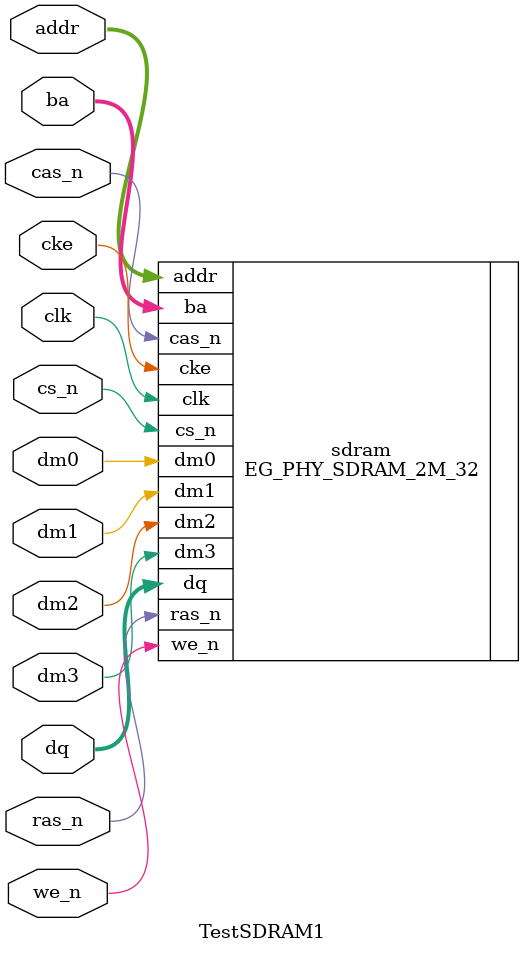
<source format=v>

`timescale 1ns / 1ps
module TestSDRAM1  // TestSDRAM1.v(14)
  (
  addr,
  ba,
  cas_n,
  cke,
  clk,
  cs_n,
  dm0,
  dm1,
  dm2,
  dm3,
  ras_n,
  we_n,
  dq
  );

  input [10:0] addr;  // TestSDRAM1.v(19)
  input [1:0] ba;  // TestSDRAM1.v(20)
  input cas_n;  // TestSDRAM1.v(17)
  input cke;  // TestSDRAM1.v(27)
  input clk;  // TestSDRAM1.v(15)
  input cs_n;  // TestSDRAM1.v(22)
  input dm0;  // TestSDRAM1.v(23)
  input dm1;  // TestSDRAM1.v(24)
  input dm2;  // TestSDRAM1.v(25)
  input dm3;  // TestSDRAM1.v(26)
  input ras_n;  // TestSDRAM1.v(16)
  input we_n;  // TestSDRAM1.v(18)
  inout [31:0] dq;  // TestSDRAM1.v(21)


  EG_PHY_CONFIG #(
    .DONE_PERSISTN("ENABLE"),
    .INIT_PERSISTN("ENABLE"),
    .JTAG_PERSISTN("DISABLE"),
    .PROGRAMN_PERSISTN("DISABLE"))
    config_inst ();
  EG_PHY_SDRAM_2M_32 sdram (
    .addr(addr),
    .ba(ba),
    .cas_n(cas_n),
    .cke(cke),
    .clk(clk),
    .cs_n(cs_n),
    .dm0(dm0),
    .dm1(dm1),
    .dm2(dm2),
    .dm3(dm3),
    .ras_n(ras_n),
    .we_n(we_n),
    .dq(dq));  // TestSDRAM1.v(29)

endmodule 


</source>
